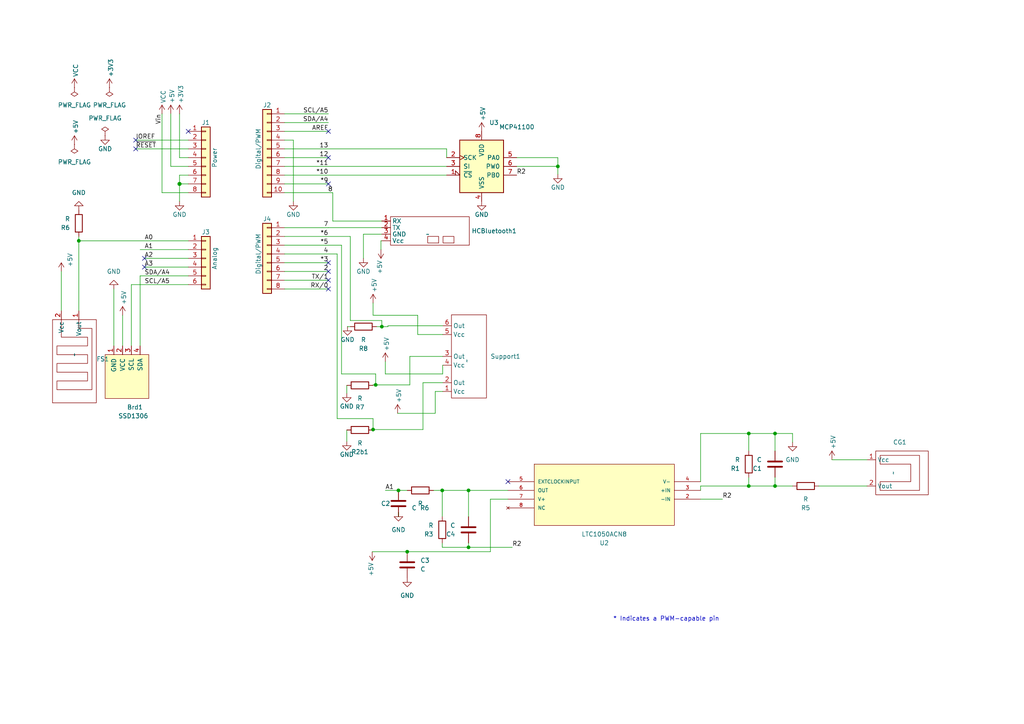
<source format=kicad_sch>
(kicad_sch (version 20230121) (generator eeschema)
  (paper "A4")
  (title_block (title "Projet Capteur : Mesure de résistance avec du graphite") (date "2024-03-10") (comment 2 "Paul Besnard") (comment 3 "Niels Brun ") (comment 4 "CAD Opérateurs :"))
  (lib_symbols
    (symbol "Connector_Generic:Conn_01x06" (pin_names (offset 1.016) hide)
      (property "Reference" "J" (at 0 7.62 0))
      (property "Value" "Conn_01x06" (at 0 -10.16 0))
      (symbol "Conn_01x06_1_1"
        (rectangle (start -1.27 -7.493) (end 0 -7.747) (stroke (width 0.1524)))
        (rectangle (start -1.27 -4.953) (end 0 -5.207) (stroke (width 0.1524)))
        (rectangle (start -1.27 -2.413) (end 0 -2.667) (stroke (width 0.1524)))
        (rectangle (start -1.27 0.127) (end 0 -0.127) (stroke (width 0.1524)))
        (rectangle (start -1.27 2.667) (end 0 2.413) (stroke (width 0.1524)))
        (rectangle (start -1.27 5.207) (end 0 4.953) (stroke (width 0.1524)))
        (rectangle (start -1.27 6.35) (end 1.27 -8.89) (stroke (width 0.254)) (fill (type background)))
        (pin passive line (at -5.08 5.08 0) (length 3.81) (name "Pin_1") (number "1"))
        (pin passive line (at -5.08 2.54 0) (length 3.81) (name "Pin_2") (number "2"))
        (pin passive line (at -5.08 0 0) (length 3.81) (name "Pin_3") (number "3"))
        (pin passive line (at -5.08 -2.54 0) (length 3.81) (name "Pin_4") (number "4"))
        (pin passive line (at -5.08 -5.08 0) (length 3.81) (name "Pin_5") (number "5"))
        (pin passive line (at -5.08 -7.62 0) (length 3.81) (name "Pin_6") (number "6"))
      )
    )
    (symbol "Connector_Generic:Conn_01x08" (pin_names (offset 1.016) hide)
      (property "Reference" "J" (at 0 10.16 0))
      (property "Value" "Conn_01x08" (at 0 -12.7 0))
      (symbol "Conn_01x08_1_1"
        (rectangle (start -1.27 -10.033) (end 0 -10.287) (stroke (width 0.1524)))
        (rectangle (start -1.27 -7.493) (end 0 -7.747) (stroke (width 0.1524)))
        (rectangle (start -1.27 -4.953) (end 0 -5.207) (stroke (width 0.1524)))
        (rectangle (start -1.27 -2.413) (end 0 -2.667) (stroke (width 0.1524)))
        (rectangle (start -1.27 0.127) (end 0 -0.127) (stroke (width 0.1524)))
        (rectangle (start -1.27 2.667) (end 0 2.413) (stroke (width 0.1524)))
        (rectangle (start -1.27 5.207) (end 0 4.953) (stroke (width 0.1524)))
        (rectangle (start -1.27 7.747) (end 0 7.493) (stroke (width 0.1524)))
        (rectangle (start -1.27 8.89) (end 1.27 -11.43) (stroke (width 0.254)) (fill (type background)))
        (pin passive line (at -5.08 7.62 0) (length 3.81) (name "Pin_1") (number "1"))
        (pin passive line (at -5.08 5.08 0) (length 3.81) (name "Pin_2") (number "2"))
        (pin passive line (at -5.08 2.54 0) (length 3.81) (name "Pin_3") (number "3"))
        (pin passive line (at -5.08 0 0) (length 3.81) (name "Pin_4") (number "4"))
        (pin passive line (at -5.08 -2.54 0) (length 3.81) (name "Pin_5") (number "5"))
        (pin passive line (at -5.08 -5.08 0) (length 3.81) (name "Pin_6") (number "6"))
        (pin passive line (at -5.08 -7.62 0) (length 3.81) (name "Pin_7") (number "7"))
        (pin passive line (at -5.08 -10.16 0) (length 3.81) (name "Pin_8") (number "8"))
      )
    )
    (symbol "Connector_Generic:Conn_01x10" (pin_names (offset 1.016) hide)
      (property "Reference" "J" (at 0 12.7 0))
      (property "Value" "Conn_01x10" (at 0 -15.24 0))
      (symbol "Conn_01x10_1_1"
        (rectangle (start -1.27 -12.573) (end 0 -12.827) (stroke (width 0.1524)))
        (rectangle (start -1.27 -10.033) (end 0 -10.287) (stroke (width 0.1524)))
        (rectangle (start -1.27 -7.493) (end 0 -7.747) (stroke (width 0.1524)))
        (rectangle (start -1.27 -4.953) (end 0 -5.207) (stroke (width 0.1524)))
        (rectangle (start -1.27 -2.413) (end 0 -2.667) (stroke (width 0.1524)))
        (rectangle (start -1.27 0.127) (end 0 -0.127) (stroke (width 0.1524)))
        (rectangle (start -1.27 2.667) (end 0 2.413) (stroke (width 0.1524)))
        (rectangle (start -1.27 5.207) (end 0 4.953) (stroke (width 0.1524)))
        (rectangle (start -1.27 7.747) (end 0 7.493) (stroke (width 0.1524)))
        (rectangle (start -1.27 10.287) (end 0 10.033) (stroke (width 0.1524)))
        (rectangle (start -1.27 11.43) (end 1.27 -13.97) (stroke (width 0.254)) (fill (type background)))
        (pin passive line (at -5.08 10.16 0) (length 3.81) (name "Pin_1") (number "1"))
        (pin passive line (at -5.08 -12.7 0) (length 3.81) (name "Pin_10") (number "10"))
        (pin passive line (at -5.08 7.62 0) (length 3.81) (name "Pin_2") (number "2"))
        (pin passive line (at -5.08 5.08 0) (length 3.81) (name "Pin_3") (number "3"))
        (pin passive line (at -5.08 2.54 0) (length 3.81) (name "Pin_4") (number "4"))
        (pin passive line (at -5.08 0 0) (length 3.81) (name "Pin_5") (number "5"))
        (pin passive line (at -5.08 -2.54 0) (length 3.81) (name "Pin_6") (number "6"))
        (pin passive line (at -5.08 -5.08 0) (length 3.81) (name "Pin_7") (number "7"))
        (pin passive line (at -5.08 -7.62 0) (length 3.81) (name "Pin_8") (number "8"))
        (pin passive line (at -5.08 -10.16 0) (length 3.81) (name "Pin_9") (number "9"))
      )
    )
    (symbol "Device:C" (pin_numbers hide) (pin_names (offset 0.254))
      (property "Reference" "C" (at 0.635 2.54 0))
      (property "Value" "C" (at 0.635 -2.54 0))
      (symbol "C_0_1"
        (polyline (pts (xy -2.032 -0.762) (xy 2.032 -0.762)) (stroke (width 0.508)))
        (polyline (pts (xy -2.032 0.762) (xy 2.032 0.762)) (stroke (width 0.508)))
      )
      (symbol "C_1_1"
        (pin passive line (at 0 3.81 270) (length 2.794) (name "~") (number "1"))
        (pin passive line (at 0 -3.81 90) (length 2.794) (name "~") (number "2"))
      )
    )
    (symbol "Device:R" (pin_numbers hide) (pin_names (offset 0))
      (property "Reference" "R" (at 2.032 0 90))
      (property "Value" "R" (at 0 0 90))
      (symbol "R_0_1"
        (rectangle (start -1.016 -2.54) (end 1.016 2.54) (stroke (width 0.254)))
      )
      (symbol "R_1_1"
        (pin passive line (at 0 3.81 270) (length 1.27) (name "~") (number "1"))
        (pin passive line (at 0 -3.81 90) (length 1.27) (name "~") (number "2"))
      )
    )
    (symbol "GND_1" (power) (pin_names (offset 0))
      (property "Value" "GND_1" (at 0 -3.81 0))
      (symbol "GND_1_0_1"
        (polyline (pts (xy 0 0) (xy 0 -1.27) (xy 1.27 -1.27) (xy 0 -2.54) (xy -1.27 -1.27) (xy 0 -1.27)))
      )
      (symbol "GND_1_1_1"
        (pin power_in line (at 0 0 270) (length 0) hide (name "GND") (number "1"))
      )
    )
    (symbol "Module:CapteurGraphite"
      (property "Reference" "CG" (at 0 0 0))
      (symbol "CapteurGraphite_0_1"
        (rectangle (start -6.35 10.16) (end 6.35 -5.08))
        (polyline (pts (xy -5.08 7.62) (xy -5.08 -3.81) (xy -2.54 -3.81) (xy -2.54 5.08) (xy 2.54 5.08) (xy 2.54 -3.81) (xy 5.08 -3.81) (xy 5.08 7.62) (xy -5.08 7.62)))
      )
      (symbol "CapteurGraphite_1_1"
        (pin input line (at -3.81 -7.62 90) (length 2.54) (name "Vcc") (number "1"))
        (pin output line (at 3.81 -7.62 90) (length 2.54) (name "Vout") (number "2"))
      )
    )
    (symbol "Module:FlexSensor"
      (property "Reference" "FS" (at -12.7 0 0))
      (symbol "FlexSensor_0_1"
        (rectangle (start -13.97 6.35) (end -13.97 6.35))
        (rectangle (start -13.97 6.35) (end 10.16 -6.35))
        (polyline (pts (xy 10.16 3.81) (xy 5.08 3.81) (xy 5.08 -3.81) (xy 2.54 -3.81) (xy 2.54 5.08) (xy 0 5.08) (xy 0 -3.81) (xy -2.54 -3.81) (xy -2.54 5.08) (xy -5.08 5.08) (xy -5.08 -3.81) (xy -7.62 -3.81) (xy -7.62 5.08) (xy -10.16 5.08) (xy -10.16 -3.81) (xy -10.16 -5.08) (xy 7.62 -5.08) (xy 7.62 -1.27) (xy 10.16 -1.27)))
      )
      (symbol "FlexSensor_1_1"
        (pin output line (at 12.7 -1.27 180) (length 2.54) (name "Vout") (number "1"))
        (pin input line (at 12.7 3.81 180) (length 2.54) (name "Vcc") (number "2"))
      )
    )
    (symbol "Module:HC-05-Bluetooth"
      (property "Reference" "HC05" (at -3.81 -2.54 0))
      (symbol "HC-05-Bluetooth_0_1"
        (rectangle (start -12.065 3.175) (end -12.065 3.175))
        (rectangle (start -12.065 3.175) (end 10.795 -5.08))
        (rectangle (start -7.62 2.54) (end -7.62 2.54))
        (rectangle (start -7.62 2.54) (end -4.445 0.635))
        (rectangle (start -3.175 2.54) (end -3.175 2.54))
        (rectangle (start -3.175 2.54) (end 0 0.635))
      )
      (symbol "HC-05-Bluetooth_1_1"
        (pin input line (at 13.335 -3.81 180) (length 2.54) (name "RX") (number "1"))
        (pin output line (at 13.335 -1.905 180) (length 2.54) (name "TX") (number "2"))
        (pin power_in line (at 13.335 0 180) (length 2.54) (name "GND") (number "3"))
        (pin power_in line (at 13.335 1.905 180) (length 2.54) (name "Vcc") (number "4"))
      )
    )
    (symbol "Module:LTC1050ACN8" (pin_names (offset 1.016))
      (property "Reference" "U" (at 23.2156 9.1186 0))
      (property "Value" "LTC1050ACN8" (at 22.5806 6.5786 0))
      (symbol "LTC1050ACN8_0_0"
        (rectangle (start 7.62 -12.7) (end 48.26 5.08) (stroke (width 0.1524)) (fill (type background)))
        (pin input line (at 0 -2.54 0) (length 7.62) (name "-IN") (number "2"))
        (pin input line (at 0 -5.08 0) (length 7.62) (name "+IN") (number "3"))
        (pin power_in line (at 0 -7.62 0) (length 7.62) (name "V-") (number "4"))
        (pin input line (at 55.88 -7.62 180) (length 7.62) (name "EXTCLOCKINPUT") (number "5"))
        (pin output line (at 55.88 -5.08 180) (length 7.62) (name "OUT") (number "6"))
        (pin power_in line (at 55.88 -2.54 180) (length 7.62) (name "V+") (number "7"))
        (pin no_connect line (at 55.88 0 180) (length 7.62) (name "NC") (number "8"))
      )
    )
    (symbol "Module:SSD1306" (pin_names (offset 1.016))
      (property "Reference" "Brd" (at 0 -3.81 0))
      (property "Value" "SSD1306" (at 0 -1.27 0))
      (symbol "SSD1306_0_1"
        (rectangle (start -6.35 6.35) (end 6.35 -6.35) (fill (type background)))
      )
      (symbol "SSD1306_1_1"
        (pin input line (at -3.81 8.89 270) (length 2.54) (name "GND") (number "1"))
        (pin input line (at -1.27 8.89 270) (length 2.54) (name "VCC") (number "2"))
        (pin input line (at 1.27 8.89 270) (length 2.54) (name "SCL") (number "3"))
        (pin input line (at 3.81 8.89 270) (length 2.54) (name "SDA") (number "4"))
      )
    )
    (symbol "Module:Support_Button"
      (property "Reference" "U" (at 0 0 0))
      (symbol "Support_Button_0_1"
        (rectangle (start -10.795 4.445) (end 13.335 -5.715))
      )
      (symbol "Support_Button_1_1"
        (pin power_in line (at -8.89 6.985 270) (length 2.54) (name "Vcc") (number "1"))
        (pin input line (at -6.35 6.985 270) (length 2.54) (name "Out") (number "2"))
        (pin input line (at 1.27 6.985 270) (length 2.54) (name "Out") (number "3"))
        (pin power_in line (at -1.27 6.985 270) (length 2.54) (name "Vcc") (number "4"))
        (pin power_in line (at 7.62 6.985 270) (length 2.54) (name "Vcc") (number "5"))
        (pin input line (at 10.16 6.985 270) (length 2.54) (name "Out") (number "6"))
      )
    )
    (symbol "Potentiometer_Digital:MCP41100" (pin_names (offset 1.016))
      (property "Reference" "U" (at -6.35 8.89 0))
      (property "Value" "MCP41100" (at 1.27 8.89 0))
      (symbol "MCP41100_0_1"
        (rectangle (start -6.35 7.62) (end 6.35 -7.62) (stroke (width 0.254)) (fill (type background)))
      )
      (symbol "MCP41100_1_1"
        (pin input input_low (at -10.16 -2.54 0) (length 3.81) (name "~{CS}") (number "1"))
        (pin passive clock (at -10.16 2.54 0) (length 3.81) (name "SCK") (number "2"))
        (pin input line (at -10.16 0 0) (length 3.81) (name "SI") (number "3"))
        (pin power_in line (at 0 -10.16 90) (length 2.54) (name "VSS") (number "4"))
        (pin passive line (at 10.16 2.54 180) (length 3.81) (name "PA0") (number "5"))
        (pin passive line (at 10.16 0 180) (length 3.81) (name "PW0") (number "6"))
        (pin passive line (at 10.16 -2.54 180) (length 3.81) (name "PB0") (number "7"))
        (pin power_in line (at 0 10.16 270) (length 2.54) (name "VDD") (number "8"))
      )
    )
    (symbol "power:+3V3" (power) (pin_names (offset 0))
      (property "Value" "+3V3" (at 0 3.556 0))
      (symbol "+3V3_0_1"
        (polyline (pts (xy -0.762 1.27) (xy 0 2.54)))
        (polyline (pts (xy 0 0) (xy 0 2.54)))
        (polyline (pts (xy 0 2.54) (xy 0.762 1.27)))
      )
      (symbol "+3V3_1_1"
        (pin power_in line (at 0 0 90) (length 0) hide (name "+3V3") (number "1"))
      )
    )
    (symbol "power:+5V" (power) (pin_names (offset 0))
      (property "Value" "+5V" (at 0 3.556 0))
      (symbol "+5V_0_1"
        (polyline (pts (xy -0.762 1.27) (xy 0 2.54)))
        (polyline (pts (xy 0 0) (xy 0 2.54)))
        (polyline (pts (xy 0 2.54) (xy 0.762 1.27)))
      )
      (symbol "+5V_1_1"
        (pin power_in line (at 0 0 90) (length 0) hide (name "+5V") (number "1"))
      )
    )
    (symbol "power:GND" (power) (pin_names (offset 0))
      (property "Value" "GND" (at 0 -3.81 0))
      (symbol "GND_0_1"
        (polyline (pts (xy 0 0) (xy 0 -1.27) (xy 1.27 -1.27) (xy 0 -2.54) (xy -1.27 -1.27) (xy 0 -1.27)))
      )
      (symbol "GND_1_1"
        (pin power_in line (at 0 0 270) (length 0) hide (name "GND") (number "1"))
      )
    )
    (symbol "power:PWR_FLAG" (power) (pin_numbers hide) (pin_names (offset 0) hide)
      (property "Value" "PWR_FLAG" (at 0 3.81 0))
      (symbol "PWR_FLAG_0_0"
        (pin power_out line (at 0 0 90) (length 0) (name "pwr") (number "1"))
      )
      (symbol "PWR_FLAG_0_1"
        (polyline (pts (xy 0 0) (xy 0 1.27) (xy -1.016 1.905) (xy 0 2.54) (xy 1.016 1.905) (xy 0 1.27)))
      )
    )
    (symbol "power:VCC" (power) (pin_names (offset 0))
      (property "Value" "VCC" (at 0 3.81 0))
      (symbol "VCC_0_1"
        (polyline (pts (xy -0.762 1.27) (xy 0 2.54)))
        (polyline (pts (xy 0 0) (xy 0 2.54)))
        (polyline (pts (xy 0 2.54) (xy 0.762 1.27)))
      )
      (symbol "VCC_1_1"
        (pin power_in line (at 0 0 90) (length 0) hide (name "VCC") (number "1"))
      )
    )
  )
  (junction (at 115.57 142.24))
  (junction (at 52.07 53.34) (diameter 1.016))
  (junction (at 224.79 140.97))
  (junction (at 110.744 94.742))
  (junction (at 108.204 124.587))
  (junction (at 217.17 125.73))
  (junction (at 108.966 111.633))
  (junction (at 128.27 142.24))
  (junction (at 224.79 125.73))
  (junction (at 135.89 142.24))
  (junction (at 22.86 69.85))
  (junction (at 217.17 140.97))
  (junction (at 118.11 160.02))
  (junction (at 161.798 48.26))
  (junction (at 135.89 158.75))
  (no_connect (at 95.25 81.28))
  (no_connect (at 95.25 78.74))
  (no_connect (at 95.25 45.72))
  (no_connect (at 41.91 74.93))
  (no_connect (at 95.25 38.1))
  (no_connect (at 147.32 139.7))
  (no_connect (at 95.25 76.2))
  (no_connect (at 95.25 83.82))
  (no_connect (at 95.25 53.34))
  (no_connect (at 41.91 77.47))
  (no_connect (at 54.61 38.1))
  (no_connect (at 39.37 43.18))
  (no_connect (at 39.37 40.64))
  (wire (pts (xy 82.55 83.82) (xy 95.25 83.82)))
  (wire (pts (xy 99.06 71.12) (xy 99.06 108.458)))
  (wire (pts (xy 229.87 128.27) (xy 229.87 125.73)))
  (wire (pts (xy 108.204 121.412) (xy 108.204 124.587)))
  (wire (pts (xy 128.397 105.918) (xy 128.397 108.458)))
  (wire (pts (xy 82.55 50.8) (xy 129.54 50.8)))
  (wire (pts (xy 100.797 94.742) (xy 100.797 94.7049)))
  (wire (pts (xy 203.2 144.78) (xy 209.55 144.78)))
  (wire (pts (xy 82.55 33.02) (xy 95.25 33.02)))
  (wire (pts (xy 105.41 67.9311) (xy 110.7144 67.9311)))
  (wire (pts (xy 149.86 48.26) (xy 161.798 48.26)))
  (wire (pts (xy 52.07 50.8) (xy 52.07 53.34)))
  (wire (pts (xy 135.89 158.75) (xy 135.89 157.48)))
  (wire (pts (xy 38.1 82.55) (xy 54.61 82.55)))
  (wire (pts (xy 110.744 94.742) (xy 112.522 94.742)))
  (wire (pts (xy 108.204 124.587) (xy 122.682 124.587)))
  (wire (pts (xy 149.86 45.72) (xy 161.798 45.72)))
  (wire (pts (xy 135.89 149.86) (xy 135.89 142.24)))
  (wire (pts (xy 128.27 149.86) (xy 128.27 142.24)))
  (wire (pts (xy 52.07 53.34) (xy 52.07 58.42)))
  (wire (pts (xy 52.07 45.72) (xy 54.61 45.72)))
  (wire (pts (xy 49.53 48.26) (xy 54.61 48.26)))
  (wire (pts (xy 40.64 72.39) (xy 54.61 72.39)))
  (wire (pts (xy 49.53 33.02) (xy 49.53 48.26)))
  (wire (pts (xy 108.204 91.44) (xy 108.204 87.884)))
  (wire (pts (xy 217.17 140.97) (xy 217.17 138.43)))
  (wire (pts (xy 82.55 43.18) (xy 129.54 43.18)))
  (wire (pts (xy 105.41 67.9311) (xy 105.41 74.93)))
  (wire (pts (xy 135.89 142.24) (xy 128.27 142.24)))
  (wire (pts (xy 203.2 140.97) (xy 203.2 142.24)))
  (wire (pts (xy 52.07 33.02) (xy 52.07 45.72)))
  (wire (pts (xy 82.55 66.04) (xy 95.25 66.04)))
  (wire (pts (xy 100.584 114.046) (xy 100.584 111.76)))
  (wire (pts (xy 22.86 69.85) (xy 54.61 69.85)))
  (wire (pts (xy 107.95 160.02) (xy 118.11 160.02)))
  (wire (pts (xy 82.55 45.72) (xy 95.25 45.72)))
  (wire (pts (xy 101.6 68.58) (xy 101.6 92.964)))
  (wire (pts (xy 161.798 45.72) (xy 161.798 48.26)))
  (wire (pts (xy 128.397 94.488) (xy 112.522 94.488)))
  (wire (pts (xy 224.79 140.97) (xy 217.17 140.97)))
  (wire (pts (xy 82.55 68.58) (xy 101.6 68.58)))
  (wire (pts (xy 128.27 158.75) (xy 128.27 157.48)))
  (wire (pts (xy 142.24 160.02) (xy 118.11 160.02)))
  (wire (pts (xy 217.17 130.81) (xy 217.17 125.73)))
  (wire (pts (xy 110.7144 64.1211) (xy 96.52 64.1211)))
  (wire (pts (xy 33.02 83.82) (xy 33.02 100.33)))
  (wire (pts (xy 128.27 142.24) (xy 125.73 142.24)))
  (wire (pts (xy 224.79 140.97) (xy 224.79 138.43)))
  (wire (pts (xy 129.54 45.72) (xy 129.54 43.18)))
  (wire (pts (xy 115.57 149.86) (xy 115.57 148.59)))
  (wire (pts (xy 82.55 53.34) (xy 95.25 53.34)))
  (wire (pts (xy 101.6 92.964) (xy 110.744 92.964)))
  (wire (pts (xy 126.238 119.888) (xy 115.316 119.888)))
  (wire (pts (xy 118.872 103.378) (xy 118.872 111.633)))
  (wire (pts (xy 110.49 72.39) (xy 110.49 69.8361)))
  (wire (pts (xy 118.11 142.24) (xy 115.57 142.24)))
  (wire (pts (xy 82.55 73.66) (xy 97.79 73.66)))
  (wire (pts (xy 147.32 144.78) (xy 142.24 144.78)))
  (wire (pts (xy 39.37 40.64) (xy 54.61 40.64)))
  (wire (pts (xy 217.17 140.97) (xy 203.2 140.97)))
  (wire (pts (xy 108.204 111.633) (xy 108.204 111.76)))
  (wire (pts (xy 229.87 125.73) (xy 224.79 125.73)))
  (wire (pts (xy 241.3 133.35) (xy 251.46 133.35)))
  (wire (pts (xy 142.24 144.78) (xy 142.24 160.02)))
  (wire (pts (xy 135.89 158.75) (xy 128.27 158.75)))
  (wire (pts (xy 85.09 40.64) (xy 85.09 58.42)))
  (wire (pts (xy 82.55 38.1) (xy 95.25 38.1)))
  (wire (pts (xy 97.79 121.412) (xy 108.204 121.412)))
  (wire (pts (xy 38.1 100.33) (xy 38.1 82.55)))
  (wire (pts (xy 22.86 69.85) (xy 22.86 90.17)))
  (wire (pts (xy 99.06 108.458) (xy 108.966 108.458)))
  (wire (pts (xy 54.61 74.93) (xy 41.91 74.93)))
  (wire (pts (xy 39.37 43.18) (xy 54.61 43.18)))
  (wire (pts (xy 126.238 113.538) (xy 128.397 113.538)))
  (wire (pts (xy 54.61 53.34) (xy 52.07 53.34)))
  (wire (pts (xy 100.584 128.016) (xy 100.584 124.714)))
  (wire (pts (xy 128.397 110.998) (xy 122.682 110.998)))
  (wire (pts (xy 229.87 140.97) (xy 224.79 140.97)))
  (wire (pts (xy 110.7144 66.0261) (xy 95.25 66.0261)))
  (wire (pts (xy 203.2 139.7) (xy 203.2 125.73)))
  (wire (pts (xy 108.204 91.44) (xy 121.158 91.44)))
  (wire (pts (xy 54.61 55.88) (xy 46.99 55.88)))
  (wire (pts (xy 112.522 94.488) (xy 112.522 94.742)))
  (wire (pts (xy 111.76 142.24) (xy 115.57 142.24)))
  (wire (pts (xy 22.86 68.58) (xy 22.86 69.85)))
  (wire (pts (xy 147.32 142.24) (xy 135.89 142.24)))
  (wire (pts (xy 108.204 111.633) (xy 108.966 111.633)))
  (wire (pts (xy 95.25 66.0261) (xy 95.25 66.04)))
  (wire (pts (xy 35.56 100.33) (xy 35.56 91.44)))
  (wire (pts (xy 96.52 64.1211) (xy 96.52 55.88)))
  (wire (pts (xy 82.55 40.64) (xy 85.09 40.64)))
  (wire (pts (xy 203.2 125.73) (xy 217.17 125.73)))
  (wire (pts (xy 54.61 50.8) (xy 52.07 50.8)))
  (wire (pts (xy 108.966 111.633) (xy 118.872 111.633)))
  (wire (pts (xy 100.797 94.742) (xy 101.6 94.742)))
  (wire (pts (xy 161.798 48.26) (xy 161.798 50.546)))
  (wire (pts (xy 111.76 108.458) (xy 111.76 104.902)))
  (wire (pts (xy 82.55 48.26) (xy 129.54 48.26)))
  (wire (pts (xy 126.238 113.538) (xy 126.238 119.888)))
  (wire (pts (xy 224.79 130.81) (xy 224.79 125.73)))
  (wire (pts (xy 17.78 90.17) (xy 17.78 78.74)))
  (wire (pts (xy 97.79 73.66) (xy 97.79 121.412)))
  (wire (pts (xy 108.204 124.587) (xy 108.204 124.714)))
  (wire (pts (xy 82.55 71.12) (xy 99.06 71.12)))
  (wire (pts (xy 135.89 158.75) (xy 148.59 158.75)))
  (wire (pts (xy 41.91 77.47) (xy 54.61 77.47)))
  (wire (pts (xy 121.158 91.44) (xy 121.158 97.028)))
  (wire (pts (xy 122.682 110.998) (xy 122.682 124.587)))
  (wire (pts (xy 108.966 111.633) (xy 108.966 108.458)))
  (wire (pts (xy 40.64 80.01) (xy 40.64 100.33)))
  (wire (pts (xy 110.49 69.8361) (xy 110.7144 69.8361)))
  (wire (pts (xy 128.397 103.378) (xy 118.872 103.378)))
  (wire (pts (xy 224.79 125.73) (xy 217.17 125.73)))
  (wire (pts (xy 121.158 97.028) (xy 128.397 97.028)))
  (wire (pts (xy 82.55 35.56) (xy 95.25 35.56)))
  (wire (pts (xy 111.76 108.458) (xy 128.397 108.458)))
  (wire (pts (xy 82.55 78.74) (xy 95.25 78.74)))
  (wire (pts (xy 82.55 76.2) (xy 95.25 76.2)))
  (wire (pts (xy 110.744 92.964) (xy 110.744 94.742)))
  (wire (pts (xy 109.22 94.742) (xy 110.744 94.742)))
  (wire (pts (xy 237.49 140.97) (xy 251.46 140.97)))
  (wire (pts (xy 82.55 81.28) (xy 95.25 81.28)))
  (wire (pts (xy 46.99 55.88) (xy 46.99 33.02)))
  (wire (pts (xy 40.64 80.01) (xy 54.61 80.01)))
  (wire (pts (xy 82.55 55.88) (xy 96.52 55.88)))
  (text "* Indicates a PWM-capable pin" (at 177.8 180.34 0) (effects (font (size 1.27 1.27)) (justify left bottom)))
  (label "RX{slash}0" (at 95.25 83.82 180))
  (label "A2" (at 41.91 74.93 0))
  (label "4" (at 95.25 73.66 180))
  (label "R2" (at 209.55 144.78 0))
  (label "2" (at 95.25 78.74 180))
  (label "A3" (at 41.91 77.47 0))
  (label "R2" (at 149.86 50.8 0))
  (label "13" (at 95.25 43.18 180))
  (label "12" (at 95.25 45.72 180))
  (label "~{RESET}" (at 39.37 43.18 0))
  (label "*10" (at 95.25 50.8 180))
  (label "R2" (at 148.59 158.75 0))
  (label "A1" (at 111.76 142.24 0))
  (label "7" (at 95.25 66.0261 180))
  (label "SDA{slash}A4" (at 95.25 35.56 180))
  (label "8" (at 96.52 55.88 180))
  (label "*11" (at 95.25 48.26 180))
  (label "*3" (at 95.25 76.2 180))
  (label "A1" (at 41.91 72.39 0))
  (label "TX{slash}1" (at 95.25 81.28 180))
  (label "A0" (at 41.91 69.85 0))
  (label "AREF" (at 95.25 38.1 180))
  (label "Vin" (at 46.99 33.02 270))
  (label "*6" (at 95.25 68.58 180))
  (label "SCL{slash}A5" (at 95.25 33.02 180))
  (label "*9" (at 95.25 53.34 180))
  (label "*5" (at 95.25 71.12 180))
  (label "IOREF" (at 39.37 40.64 0))
  (label "SDA{slash}A4" (at 41.91 80.01 0))
  (label "SCL{slash}A5" (at 41.91 82.55 0))
  (symbol (lib_id "Connector_Generic:Conn_01x08") (at 59.69 45.72 0) (unit 1)
    (property "Reference" "J1" (at 59.69 35.56 0))
    (property "Value" "Power" (at 62.23 45.72 90))
    (property "Footprint" "Connector_PinSocket_2.54mm:PinSocket_1x08_P2.54mm_Vertical" (effects hide))
  )
  (symbol (lib_id "power:+3V3") (at 52.07 33.02 0) (unit 1)
    (property "Reference" "#PWR03" (effects hide))
    (property "Value" "+3.3V" (at 52.451 29.972 90) (effects (justify left)))
  )
  (symbol (lib_id "power:+5V") (at 49.53 33.02 0) (unit 1)
    (property "Reference" "#PWR02" (effects hide))
    (property "Value" "+5V" (at 49.8856 29.972 90) (effects (justify left)))
  )
  (symbol (lib_id "power:GND") (at 52.07 58.42 0) (unit 1)
    (property "Reference" "#PWR04" (effects hide))
    (property "Value" "GND" (at 52.07 62.23 0))
  )
  (symbol (lib_id "Connector_Generic:Conn_01x10") (at 77.47 43.18 0) (mirror y) (unit 1)
    (property "Reference" "J2" (at 77.47 30.48 0))
    (property "Value" "Digital/PWM" (at 74.93 43.18 90))
    (property "Footprint" "Connector_PinSocket_2.54mm:PinSocket_1x10_P2.54mm_Vertical" (effects hide))
  )
  (symbol (lib_id "power:GND") (at 85.09 58.42 0) (unit 1)
    (property "Reference" "#PWR05" (effects hide))
    (property "Value" "GND" (at 85.09 62.23 0))
  )
  (symbol (lib_id "Connector_Generic:Conn_01x06") (at 59.69 74.93 0) (unit 1)
    (property "Reference" "J3" (at 59.69 67.31 0))
    (property "Value" "Analog" (at 62.23 74.93 90))
    (property "Footprint" "Connector_PinSocket_2.54mm:PinSocket_1x06_P2.54mm_Vertical" (effects hide))
  )
  (symbol (lib_id "Connector_Generic:Conn_01x08") (at 77.47 73.66 0) (mirror y) (unit 1)
    (property "Reference" "J4" (at 77.47 63.5 0))
    (property "Value" "Digital/PWM" (at 74.93 73.66 90))
    (property "Footprint" "Connector_PinSocket_2.54mm:PinSocket_1x08_P2.54mm_Vertical" (effects hide))
  )
  (symbol (lib_id "power:+5V") (at 107.95 160.02 180) (unit 1)
    (property "Reference" "#PWR010" (effects hide))
    (property "Value" "+5V" (at 107.5944 163.068 90) (effects (justify left)))
  )
  (symbol (lib_id "power:GND") (at 30.48 39.37 0) (unit 1)
    (property "Reference" "#PWR026" (effects hide))
    (property "Value" "GND" (at 30.48 43.18 0))
  )
  (symbol (lib_id "Device:R") (at 217.17 134.62 0) (unit 1)
    (property "Reference" "R1" (at 214.63 135.89 0) (effects (justify right)))
    (property "Value" "R" (at 214.63 133.35 0) (effects (justify right)))
    (property "Footprint" "Library_Empreinte:R_Axial_DIN0207_L6.3mm_D2.5mm_P5.08mm_Vertical" (effects hide))
  )
  (symbol (lib_id "Module:Support_Button") (at 135.382 104.648 90) (unit 1)
    (property "Reference" "Support1" (at 142.24 103.378 90) (effects (justify right)))
    (property "Value" "~" (at 135.382 104.648 0))
    (property "Footprint" "Library_Empreinte:DIP-20_W7.62mm_LongPads" (effects hide))
  )
  (symbol (lib_id "power:+5V") (at 35.56 91.44 0) (unit 1)
    (property "Reference" "#PWR013" (effects hide))
    (property "Value" "+5V" (at 35.9156 88.392 90) (effects (justify left)))
  )
  (symbol (lib_id "Device:R") (at 22.86 64.77 0) (unit 1)
    (property "Reference" "R6" (at 20.32 66.04 0) (effects (justify right)))
    (property "Value" "R" (at 20.32 63.5 0) (effects (justify right)))
    (property "Footprint" "Library_Empreinte:R_Axial_DIN0207_L6.3mm_D2.5mm_P5.08mm_Vertical" (effects hide))
  )
  (symbol (lib_name "GND_1") (lib_id "power:GND") (at 118.11 167.64 0) (unit 1)
    (property "Reference" "#PWR06" (effects hide))
    (property "Value" "GND" (at 118.11 172.72 0))
  )
  (symbol (lib_id "Module:CapteurGraphite") (at 259.08 137.16 270) (unit 1)
    (property "Reference" "CG1" (at 260.985 128.27 90))
    (property "Value" "~" (at 259.08 137.16 0))
    (property "Footprint" "Library_Empreinte:CG" (effects hide))
  )
  (symbol (lib_id "power:+5V") (at 110.49 72.39 180) (unit 1)
    (property "Reference" "#PWR017" (effects hide))
    (property "Value" "+5V" (at 110.1344 75.438 90) (effects (justify left)))
  )
  (symbol (lib_id "Device:C") (at 135.89 153.67 180) (unit 1)
    (property "Reference" "C4" (at 132.08 154.94 0) (effects (justify left)))
    (property "Value" "C" (at 132.08 152.4 0) (effects (justify left)))
    (property "Footprint" "Library_Empreinte:C4" (effects hide))
  )
  (symbol (lib_id "power:+5V") (at 21.59 41.91 0) (unit 1)
    (property "Reference" "#PWR011" (effects hide))
    (property "Value" "+5V" (at 21.9456 38.862 90) (effects (justify left)))
  )
  (symbol (lib_id "power:+5V") (at 108.204 87.884 0) (unit 1)
    (property "Reference" "#PWR022" (effects hide))
    (property "Value" "+5V" (at 108.5596 84.836 90) (effects (justify left)))
  )
  (symbol (lib_id "Potentiometer_Digital:MCP41100") (at 139.7 48.26 0) (unit 1)
    (property "Reference" "U3" (at 141.8941 35.56 0) (effects (justify left)))
    (property "Value" "MCP41100" (at 144.78 36.83 0) (effects (justify left)))
    (property "Footprint" "Library_Empreinte:LTC" (effects hide))
    (property "Datasheet" "http://ww1.microchip.com/downloads/en/DeviceDoc/11195c.pdf" (effects hide))
  )
  (symbol (lib_id "power:+5V") (at 241.3 133.35 0) (unit 1)
    (property "Reference" "#PWR09" (effects hide))
    (property "Value" "+5V" (at 241.6556 130.302 90) (effects (justify left)))
  )
  (symbol (lib_id "Device:R") (at 121.92 142.24 90) (unit 1)
    (property "Reference" "R6" (at 123.19 147.32 90))
    (property "Value" "R" (at 121.92 146.05 90))
    (property "Footprint" "Library_Empreinte:R_Axial_DIN0207_L6.3mm_D2.5mm_P5.08mm_Vertical" (effects hide))
  )
  (symbol (lib_id "power:GND") (at 161.798 50.546 0) (unit 1)
    (property "Reference" "#PWR029" (effects hide))
    (property "Value" "GND" (at 161.798 54.356 0))
  )
  (symbol (lib_id "Module:LTC1050ACN8") (at 203.2 147.32 180) (unit 1)
    (property "Reference" "U2" (at 175.26 157.48 0))
    (property "Value" "LTC1050ACN8" (at 175.26 154.94 0))
    (property "Footprint" "Library_Empreinte:LTC" (effects hide))
    (property "MF" "Analog Devices" (effects hide))
    (property "VENDOR" "Linear Technology" (effects hide))
    (property "Description" "\nZero-Drift Amplifier 1 Circuit 8-PDIP\n" (effects hide))
    (property "COPYRIGHT" "Copyright C 2016 Accelerated Designs. All rights reserved" (effects hide))
    (property "Package" "PDIP-8 Linear Technology" (effects hide))
    (property "Price" "None" (effects hide))
    (property "Check_prices" "https://www.snapeda.com/parts/LTC1050ACN8/Analog+Devices/view-part/?ref=eda" (effects hide))
    (property "SnapEDA_Link" "https://www.snapeda.com/parts/LTC1050ACN8/Analog+Devices/view-part/?ref=snap" (effects hide))
    (property "MP" "LTC1050ACN8" (effects hide))
    (property "Purchase-URL" "https://www.snapeda.com/api/url_track_click_mouser/?unipart_id=608303&manufacturer=Analog Devices&part_name=LTC1050ACN8&search_term=ltc1050acn8" (effects hide))
    (property "Availability" "In Stock" (effects hide))
    (property "MANUFACTURER_PART_NUMBER" "ltc1050acn8" (effects hide))
  )
  (symbol (lib_name "GND_1") (lib_id "power:GND") (at 115.57 148.59 0) (unit 1)
    (property "Reference" "#PWR07" (effects hide))
    (property "Value" "GND" (at 115.57 153.67 0))
  )
  (symbol (lib_id "power:GND") (at 100.584 128.016 0) (unit 1)
    (property "Reference" "#PWR023" (effects hide))
    (property "Value" "GND" (at 100.584 131.826 0))
  )
  (symbol (lib_id "power:+5V") (at 139.7 38.1 0) (unit 1)
    (property "Reference" "#PWR019" (effects hide))
    (property "Value" "+5V" (at 140.0556 35.052 90) (effects (justify left)))
  )
  (symbol (lib_id "power:GND") (at 100.797 94.7049 0) (unit 1)
    (property "Reference" "#PWR025" (effects hide))
    (property "Value" "GND" (at 100.797 98.5149 0))
  )
  (symbol (lib_id "power:VCC") (at 46.99 33.02 0) (unit 1)
    (property "Reference" "#PWR01" (effects hide))
    (property "Value" "VCC" (at 47.371 29.972 90) (effects (justify left)))
  )
  (symbol (lib_id "power:VCC") (at 21.59 25.4 0) (unit 1)
    (property "Reference" "#PWR020" (effects hide))
    (property "Value" "VCC" (at 21.971 22.352 90) (effects (justify left)))
  )
  (symbol (lib_id "power:+5V") (at 115.316 119.888 0) (unit 1)
    (property "Reference" "#PWR028" (effects hide))
    (property "Value" "+5V" (at 115.6716 116.84 90) (effects (justify left)))
  )
  (symbol (lib_id "power:GND") (at 139.7 58.42 0) (unit 1)
    (property "Reference" "#PWR018" (effects hide))
    (property "Value" "GND" (at 139.7 62.23 0))
  )
  (symbol (lib_id "Device:R") (at 233.68 140.97 270) (unit 1)
    (property "Reference" "R5" (at 233.68 147.32 90))
    (property "Value" "R" (at 233.68 144.78 90))
    (property "Footprint" "Library_Empreinte:R_Axial_DIN0207_L6.3mm_D2.5mm_P5.08mm_Vertical" (effects hide))
  )
  (symbol (lib_id "Device:R") (at 104.394 111.76 270) (unit 1)
    (property "Reference" "R7" (at 104.394 118.11 90))
    (property "Value" "R" (at 104.394 115.57 90))
    (property "Footprint" "Library_Empreinte:R_Axial_DIN0207_L6.3mm_D2.5mm_P5.08mm_Vertical" (effects hide))
  )
  (symbol (lib_id "power:PWR_FLAG") (at 30.48 39.37 0) (unit 1)
    (property "Reference" "#FLG04" (effects hide))
    (property "Value" "PWR_FLAG" (at 30.48 34.29 0))
  )
  (symbol (lib_id "Device:R") (at 128.27 153.67 0) (unit 1)
    (property "Reference" "R3" (at 125.73 154.94 0) (effects (justify right)))
    (property "Value" "R" (at 125.73 152.4 0) (effects (justify right)))
    (property "Footprint" "Library_Empreinte:R_Axial_DIN0207_L6.3mm_D2.5mm_P5.08mm_Vertical" (effects hide))
  )
  (symbol (lib_name "GND_1") (lib_id "power:GND") (at 22.86 60.96 180) (unit 1)
    (property "Reference" "#PWR015" (effects hide))
    (property "Value" "GND" (at 22.86 55.88 0))
  )
  (symbol (lib_id "Device:C") (at 118.11 163.83 180) (unit 1)
    (property "Reference" "C3" (at 121.92 162.56 0) (effects (justify right)))
    (property "Value" "C" (at 121.92 165.1 0) (effects (justify right)))
    (property "Footprint" "Library_Empreinte:capa" (effects hide))
  )
  (symbol (lib_id "power:PWR_FLAG") (at 31.75 25.4 180) (unit 1)
    (property "Reference" "#FLG03" (effects hide))
    (property "Value" "PWR_FLAG" (at 31.75 30.48 0))
  )
  (symbol (lib_id "Module:HC-05-Bluetooth") (at 124.0494 67.9311 180) (unit 1)
    (property "Reference" "HCBluetooth1" (at 136.7803 66.9786 0) (effects (justify right)))
    (property "Value" "~" (at 124.0494 67.9311 0))
    (property "Footprint" "Library_Empreinte:Bluetooth_HC-05" (effects hide))
  )
  (symbol (lib_id "Device:C") (at 224.79 134.62 180) (unit 1)
    (property "Reference" "C1" (at 220.98 135.89 0) (effects (justify left)))
    (property "Value" "C" (at 220.98 133.35 0) (effects (justify left)))
    (property "Footprint" "Library_Empreinte:capa" (effects hide))
  )
  (symbol (lib_id "Device:C") (at 115.57 146.05 0) (unit 1)
    (property "Reference" "C2" (at 110.49 146.05 0) (effects (justify left)))
    (property "Value" "C" (at 119.38 147.32 0) (effects (justify left)))
    (property "Footprint" "Library_Empreinte:capa" (effects hide))
  )
  (symbol (lib_id "power:PWR_FLAG") (at 21.59 41.91 180) (unit 1)
    (property "Reference" "#FLG01" (effects hide))
    (property "Value" "PWR_FLAG" (at 21.59 46.99 0))
  )
  (symbol (lib_id "Module:FlexSensor") (at 21.59 102.87 90) (unit 1)
    (property "Reference" "FS1" (at 27.94 104.14 90) (effects (justify right)))
    (property "Value" "~" (at 21.59 102.87 0))
    (property "Footprint" "Library_Empreinte:FlexSensor" (effects hide))
  )
  (symbol (lib_id "power:+5V") (at 17.78 78.74 0) (unit 1)
    (property "Reference" "#PWR014" (effects hide))
    (property "Value" "+5V" (at 20.32 77.47 90) (effects (justify left)))
  )
  (symbol (lib_id "Module:SSD1306") (at 36.83 109.22 0) (unit 1)
    (property "Reference" "Brd1" (at 36.83 118.11 0) (effects (justify left)))
    (property "Value" "SSD1306" (at 34.29 120.65 0) (effects (justify left)))
    (property "Footprint" "Library_Empreinte:128x64OLED" (effects hide))
  )
  (symbol (lib_id "power:PWR_FLAG") (at 21.59 25.4 180) (unit 1)
    (property "Reference" "#FLG02" (effects hide))
    (property "Value" "PWR_FLAG" (at 21.59 30.48 0))
  )
  (symbol (lib_id "power:+5V") (at 111.76 104.902 0) (unit 1)
    (property "Reference" "#PWR027" (effects hide))
    (property "Value" "+5V" (at 112.1156 101.854 90) (effects (justify left)))
  )
  (symbol (lib_name "GND_1") (lib_id "power:GND") (at 229.87 128.27 0) (unit 1)
    (property "Reference" "#PWR08" (effects hide))
    (property "Value" "GND" (at 229.87 133.35 0))
  )
  (symbol (lib_id "power:GND") (at 100.584 114.046 0) (unit 1)
    (property "Reference" "#PWR024" (effects hide))
    (property "Value" "GND" (at 100.584 117.856 0))
  )
  (symbol (lib_name "GND_1") (lib_id "power:GND") (at 33.02 83.82 180) (unit 1)
    (property "Reference" "#PWR012" (effects hide))
    (property "Value" "GND" (at 33.02 78.74 0))
  )
  (symbol (lib_id "power:+3V3") (at 31.75 25.4 0) (unit 1)
    (property "Reference" "#PWR021" (effects hide))
    (property "Value" "+3.3V" (at 32.131 22.352 90) (effects (justify left)))
  )
  (symbol (lib_id "power:GND") (at 105.41 74.93 0) (unit 1)
    (property "Reference" "#PWR016" (effects hide))
    (property "Value" "GND" (at 105.41 78.74 0))
  )
  (symbol (lib_id "Device:R") (at 105.41 94.742 270) (unit 1)
    (property "Reference" "R8" (at 105.41 101.092 90))
    (property "Value" "R" (at 105.41 98.552 90))
    (property "Footprint" "Library_Empreinte:R_Axial_DIN0207_L6.3mm_D2.5mm_P5.08mm_Vertical" (effects hide))
  )
  (symbol (lib_id "Device:R") (at 104.394 124.714 270) (unit 1)
    (property "Reference" "R2b1" (at 104.394 131.064 90))
    (property "Value" "R" (at 104.394 128.524 90))
    (property "Footprint" "Library_Empreinte:R_Axial_DIN0207_L6.3mm_D2.5mm_P5.08mm_Vertical" (effects hide))
  )
)
</source>
